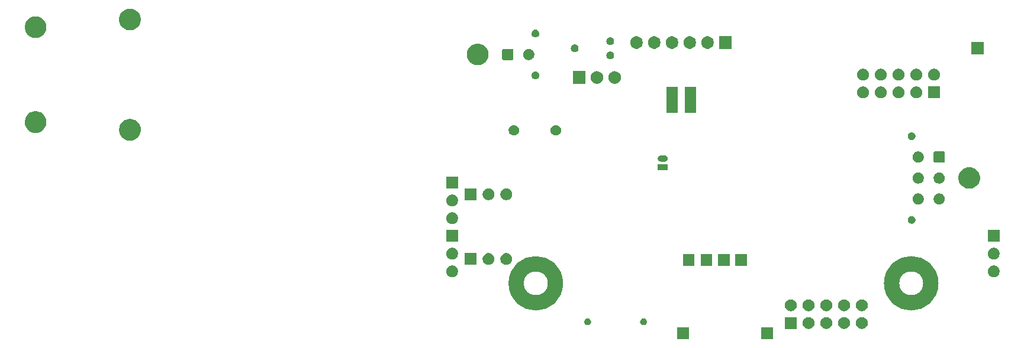
<source format=gbr>
G04 #@! TF.GenerationSoftware,KiCad,Pcbnew,5.1.5+dfsg1-2build2*
G04 #@! TF.CreationDate,2021-11-24T23:00:57+01:00*
G04 #@! TF.ProjectId,mre_addon_v2,6d72655f-6164-4646-9f6e-5f76322e6b69,V2.0*
G04 #@! TF.SameCoordinates,Original*
G04 #@! TF.FileFunction,Soldermask,Bot*
G04 #@! TF.FilePolarity,Negative*
%FSLAX46Y46*%
G04 Gerber Fmt 4.6, Leading zero omitted, Abs format (unit mm)*
G04 Created by KiCad (PCBNEW 5.1.5+dfsg1-2build2) date 2021-11-24 23:00:57*
%MOMM*%
%LPD*%
G04 APERTURE LIST*
%ADD10C,2.200000*%
%ADD11C,0.100000*%
G04 APERTURE END LIST*
D10*
X91300000Y-162700000D02*
G75*
G03X91300000Y-162700000I-2800000J0D01*
G01*
X145000000Y-162700000D02*
G75*
G03X145000000Y-162700000I-2800000J0D01*
G01*
D11*
G36*
X122466200Y-170731200D02*
G01*
X120764200Y-170731200D01*
X120764200Y-169029200D01*
X122466200Y-169029200D01*
X122466200Y-170731200D01*
G37*
G36*
X110401200Y-170731200D02*
G01*
X108699200Y-170731200D01*
X108699200Y-169029200D01*
X110401200Y-169029200D01*
X110401200Y-170731200D01*
G37*
G36*
X125824080Y-169230060D02*
G01*
X124122080Y-169230060D01*
X124122080Y-167528060D01*
X125824080Y-167528060D01*
X125824080Y-169230060D01*
G37*
G36*
X127761308Y-167560763D02*
G01*
X127916180Y-167624913D01*
X128055561Y-167718045D01*
X128174095Y-167836579D01*
X128267227Y-167975960D01*
X128331377Y-168130832D01*
X128364080Y-168295244D01*
X128364080Y-168462876D01*
X128331377Y-168627288D01*
X128267227Y-168782160D01*
X128174095Y-168921541D01*
X128055561Y-169040075D01*
X127916180Y-169133207D01*
X127761308Y-169197357D01*
X127596896Y-169230060D01*
X127429264Y-169230060D01*
X127264852Y-169197357D01*
X127109980Y-169133207D01*
X126970599Y-169040075D01*
X126852065Y-168921541D01*
X126758933Y-168782160D01*
X126694783Y-168627288D01*
X126662080Y-168462876D01*
X126662080Y-168295244D01*
X126694783Y-168130832D01*
X126758933Y-167975960D01*
X126852065Y-167836579D01*
X126970599Y-167718045D01*
X127109980Y-167624913D01*
X127264852Y-167560763D01*
X127429264Y-167528060D01*
X127596896Y-167528060D01*
X127761308Y-167560763D01*
G37*
G36*
X132841308Y-167560763D02*
G01*
X132996180Y-167624913D01*
X133135561Y-167718045D01*
X133254095Y-167836579D01*
X133347227Y-167975960D01*
X133411377Y-168130832D01*
X133444080Y-168295244D01*
X133444080Y-168462876D01*
X133411377Y-168627288D01*
X133347227Y-168782160D01*
X133254095Y-168921541D01*
X133135561Y-169040075D01*
X132996180Y-169133207D01*
X132841308Y-169197357D01*
X132676896Y-169230060D01*
X132509264Y-169230060D01*
X132344852Y-169197357D01*
X132189980Y-169133207D01*
X132050599Y-169040075D01*
X131932065Y-168921541D01*
X131838933Y-168782160D01*
X131774783Y-168627288D01*
X131742080Y-168462876D01*
X131742080Y-168295244D01*
X131774783Y-168130832D01*
X131838933Y-167975960D01*
X131932065Y-167836579D01*
X132050599Y-167718045D01*
X132189980Y-167624913D01*
X132344852Y-167560763D01*
X132509264Y-167528060D01*
X132676896Y-167528060D01*
X132841308Y-167560763D01*
G37*
G36*
X135381308Y-167560763D02*
G01*
X135536180Y-167624913D01*
X135675561Y-167718045D01*
X135794095Y-167836579D01*
X135887227Y-167975960D01*
X135951377Y-168130832D01*
X135984080Y-168295244D01*
X135984080Y-168462876D01*
X135951377Y-168627288D01*
X135887227Y-168782160D01*
X135794095Y-168921541D01*
X135675561Y-169040075D01*
X135536180Y-169133207D01*
X135381308Y-169197357D01*
X135216896Y-169230060D01*
X135049264Y-169230060D01*
X134884852Y-169197357D01*
X134729980Y-169133207D01*
X134590599Y-169040075D01*
X134472065Y-168921541D01*
X134378933Y-168782160D01*
X134314783Y-168627288D01*
X134282080Y-168462876D01*
X134282080Y-168295244D01*
X134314783Y-168130832D01*
X134378933Y-167975960D01*
X134472065Y-167836579D01*
X134590599Y-167718045D01*
X134729980Y-167624913D01*
X134884852Y-167560763D01*
X135049264Y-167528060D01*
X135216896Y-167528060D01*
X135381308Y-167560763D01*
G37*
G36*
X130301308Y-167560763D02*
G01*
X130456180Y-167624913D01*
X130595561Y-167718045D01*
X130714095Y-167836579D01*
X130807227Y-167975960D01*
X130871377Y-168130832D01*
X130904080Y-168295244D01*
X130904080Y-168462876D01*
X130871377Y-168627288D01*
X130807227Y-168782160D01*
X130714095Y-168921541D01*
X130595561Y-169040075D01*
X130456180Y-169133207D01*
X130301308Y-169197357D01*
X130136896Y-169230060D01*
X129969264Y-169230060D01*
X129804852Y-169197357D01*
X129649980Y-169133207D01*
X129510599Y-169040075D01*
X129392065Y-168921541D01*
X129298933Y-168782160D01*
X129234783Y-168627288D01*
X129202080Y-168462876D01*
X129202080Y-168295244D01*
X129234783Y-168130832D01*
X129298933Y-167975960D01*
X129392065Y-167836579D01*
X129510599Y-167718045D01*
X129649980Y-167624913D01*
X129804852Y-167560763D01*
X129969264Y-167528060D01*
X130136896Y-167528060D01*
X130301308Y-167560763D01*
G37*
G36*
X104058532Y-167730541D02*
G01*
X104148707Y-167767893D01*
X104229863Y-167822120D01*
X104298880Y-167891137D01*
X104353107Y-167972293D01*
X104390459Y-168062468D01*
X104409500Y-168158197D01*
X104409500Y-168255803D01*
X104390459Y-168351532D01*
X104353107Y-168441707D01*
X104298880Y-168522863D01*
X104229863Y-168591880D01*
X104148707Y-168646107D01*
X104058532Y-168683459D01*
X103962803Y-168702500D01*
X103865197Y-168702500D01*
X103769468Y-168683459D01*
X103679293Y-168646107D01*
X103598137Y-168591880D01*
X103529120Y-168522863D01*
X103474893Y-168441707D01*
X103437541Y-168351532D01*
X103418500Y-168255803D01*
X103418500Y-168158197D01*
X103437541Y-168062468D01*
X103474893Y-167972293D01*
X103529120Y-167891137D01*
X103598137Y-167822120D01*
X103679293Y-167767893D01*
X103769468Y-167730541D01*
X103865197Y-167711500D01*
X103962803Y-167711500D01*
X104058532Y-167730541D01*
G37*
G36*
X96058532Y-167730541D02*
G01*
X96148707Y-167767893D01*
X96229863Y-167822120D01*
X96298880Y-167891137D01*
X96353107Y-167972293D01*
X96390459Y-168062468D01*
X96409500Y-168158197D01*
X96409500Y-168255803D01*
X96390459Y-168351532D01*
X96353107Y-168441707D01*
X96298880Y-168522863D01*
X96229863Y-168591880D01*
X96148707Y-168646107D01*
X96058532Y-168683459D01*
X95962803Y-168702500D01*
X95865197Y-168702500D01*
X95769468Y-168683459D01*
X95679293Y-168646107D01*
X95598137Y-168591880D01*
X95529120Y-168522863D01*
X95474893Y-168441707D01*
X95437541Y-168351532D01*
X95418500Y-168255803D01*
X95418500Y-168158197D01*
X95437541Y-168062468D01*
X95474893Y-167972293D01*
X95529120Y-167891137D01*
X95598137Y-167822120D01*
X95679293Y-167767893D01*
X95769468Y-167730541D01*
X95865197Y-167711500D01*
X95962803Y-167711500D01*
X96058532Y-167730541D01*
G37*
G36*
X127761308Y-165020763D02*
G01*
X127916180Y-165084913D01*
X128055561Y-165178045D01*
X128174095Y-165296579D01*
X128267227Y-165435960D01*
X128331377Y-165590832D01*
X128364080Y-165755244D01*
X128364080Y-165922876D01*
X128331377Y-166087288D01*
X128267227Y-166242160D01*
X128174095Y-166381541D01*
X128055561Y-166500075D01*
X127916180Y-166593207D01*
X127761308Y-166657357D01*
X127596896Y-166690060D01*
X127429264Y-166690060D01*
X127264852Y-166657357D01*
X127109980Y-166593207D01*
X126970599Y-166500075D01*
X126852065Y-166381541D01*
X126758933Y-166242160D01*
X126694783Y-166087288D01*
X126662080Y-165922876D01*
X126662080Y-165755244D01*
X126694783Y-165590832D01*
X126758933Y-165435960D01*
X126852065Y-165296579D01*
X126970599Y-165178045D01*
X127109980Y-165084913D01*
X127264852Y-165020763D01*
X127429264Y-164988060D01*
X127596896Y-164988060D01*
X127761308Y-165020763D01*
G37*
G36*
X130301308Y-165020763D02*
G01*
X130456180Y-165084913D01*
X130595561Y-165178045D01*
X130714095Y-165296579D01*
X130807227Y-165435960D01*
X130871377Y-165590832D01*
X130904080Y-165755244D01*
X130904080Y-165922876D01*
X130871377Y-166087288D01*
X130807227Y-166242160D01*
X130714095Y-166381541D01*
X130595561Y-166500075D01*
X130456180Y-166593207D01*
X130301308Y-166657357D01*
X130136896Y-166690060D01*
X129969264Y-166690060D01*
X129804852Y-166657357D01*
X129649980Y-166593207D01*
X129510599Y-166500075D01*
X129392065Y-166381541D01*
X129298933Y-166242160D01*
X129234783Y-166087288D01*
X129202080Y-165922876D01*
X129202080Y-165755244D01*
X129234783Y-165590832D01*
X129298933Y-165435960D01*
X129392065Y-165296579D01*
X129510599Y-165178045D01*
X129649980Y-165084913D01*
X129804852Y-165020763D01*
X129969264Y-164988060D01*
X130136896Y-164988060D01*
X130301308Y-165020763D01*
G37*
G36*
X125221308Y-165020763D02*
G01*
X125376180Y-165084913D01*
X125515561Y-165178045D01*
X125634095Y-165296579D01*
X125727227Y-165435960D01*
X125791377Y-165590832D01*
X125824080Y-165755244D01*
X125824080Y-165922876D01*
X125791377Y-166087288D01*
X125727227Y-166242160D01*
X125634095Y-166381541D01*
X125515561Y-166500075D01*
X125376180Y-166593207D01*
X125221308Y-166657357D01*
X125056896Y-166690060D01*
X124889264Y-166690060D01*
X124724852Y-166657357D01*
X124569980Y-166593207D01*
X124430599Y-166500075D01*
X124312065Y-166381541D01*
X124218933Y-166242160D01*
X124154783Y-166087288D01*
X124122080Y-165922876D01*
X124122080Y-165755244D01*
X124154783Y-165590832D01*
X124218933Y-165435960D01*
X124312065Y-165296579D01*
X124430599Y-165178045D01*
X124569980Y-165084913D01*
X124724852Y-165020763D01*
X124889264Y-164988060D01*
X125056896Y-164988060D01*
X125221308Y-165020763D01*
G37*
G36*
X132841308Y-165020763D02*
G01*
X132996180Y-165084913D01*
X133135561Y-165178045D01*
X133254095Y-165296579D01*
X133347227Y-165435960D01*
X133411377Y-165590832D01*
X133444080Y-165755244D01*
X133444080Y-165922876D01*
X133411377Y-166087288D01*
X133347227Y-166242160D01*
X133254095Y-166381541D01*
X133135561Y-166500075D01*
X132996180Y-166593207D01*
X132841308Y-166657357D01*
X132676896Y-166690060D01*
X132509264Y-166690060D01*
X132344852Y-166657357D01*
X132189980Y-166593207D01*
X132050599Y-166500075D01*
X131932065Y-166381541D01*
X131838933Y-166242160D01*
X131774783Y-166087288D01*
X131742080Y-165922876D01*
X131742080Y-165755244D01*
X131774783Y-165590832D01*
X131838933Y-165435960D01*
X131932065Y-165296579D01*
X132050599Y-165178045D01*
X132189980Y-165084913D01*
X132344852Y-165020763D01*
X132509264Y-164988060D01*
X132676896Y-164988060D01*
X132841308Y-165020763D01*
G37*
G36*
X135381308Y-165020763D02*
G01*
X135536180Y-165084913D01*
X135675561Y-165178045D01*
X135794095Y-165296579D01*
X135887227Y-165435960D01*
X135951377Y-165590832D01*
X135984080Y-165755244D01*
X135984080Y-165922876D01*
X135951377Y-166087288D01*
X135887227Y-166242160D01*
X135794095Y-166381541D01*
X135675561Y-166500075D01*
X135536180Y-166593207D01*
X135381308Y-166657357D01*
X135216896Y-166690060D01*
X135049264Y-166690060D01*
X134884852Y-166657357D01*
X134729980Y-166593207D01*
X134590599Y-166500075D01*
X134472065Y-166381541D01*
X134378933Y-166242160D01*
X134314783Y-166087288D01*
X134282080Y-165922876D01*
X134282080Y-165755244D01*
X134314783Y-165590832D01*
X134378933Y-165435960D01*
X134472065Y-165296579D01*
X134590599Y-165178045D01*
X134729980Y-165084913D01*
X134884852Y-165020763D01*
X135049264Y-164988060D01*
X135216896Y-164988060D01*
X135381308Y-165020763D01*
G37*
G36*
X76778428Y-160171903D02*
G01*
X76933300Y-160236053D01*
X77072681Y-160329185D01*
X77191215Y-160447719D01*
X77284347Y-160587100D01*
X77348497Y-160741972D01*
X77381200Y-160906384D01*
X77381200Y-161074016D01*
X77348497Y-161238428D01*
X77284347Y-161393300D01*
X77191215Y-161532681D01*
X77072681Y-161651215D01*
X76933300Y-161744347D01*
X76778428Y-161808497D01*
X76614016Y-161841200D01*
X76446384Y-161841200D01*
X76281972Y-161808497D01*
X76127100Y-161744347D01*
X75987719Y-161651215D01*
X75869185Y-161532681D01*
X75776053Y-161393300D01*
X75711903Y-161238428D01*
X75679200Y-161074016D01*
X75679200Y-160906384D01*
X75711903Y-160741972D01*
X75776053Y-160587100D01*
X75869185Y-160447719D01*
X75987719Y-160329185D01*
X76127100Y-160236053D01*
X76281972Y-160171903D01*
X76446384Y-160139200D01*
X76614016Y-160139200D01*
X76778428Y-160171903D01*
G37*
G36*
X154248428Y-160171903D02*
G01*
X154403300Y-160236053D01*
X154542681Y-160329185D01*
X154661215Y-160447719D01*
X154754347Y-160587100D01*
X154818497Y-160741972D01*
X154851200Y-160906384D01*
X154851200Y-161074016D01*
X154818497Y-161238428D01*
X154754347Y-161393300D01*
X154661215Y-161532681D01*
X154542681Y-161651215D01*
X154403300Y-161744347D01*
X154248428Y-161808497D01*
X154084016Y-161841200D01*
X153916384Y-161841200D01*
X153751972Y-161808497D01*
X153597100Y-161744347D01*
X153457719Y-161651215D01*
X153339185Y-161532681D01*
X153246053Y-161393300D01*
X153181903Y-161238428D01*
X153149200Y-161074016D01*
X153149200Y-160906384D01*
X153181903Y-160741972D01*
X153246053Y-160587100D01*
X153339185Y-160447719D01*
X153457719Y-160329185D01*
X153597100Y-160236053D01*
X153751972Y-160171903D01*
X153916384Y-160139200D01*
X154084016Y-160139200D01*
X154248428Y-160171903D01*
G37*
G36*
X118751600Y-160211800D02*
G01*
X117049600Y-160211800D01*
X117049600Y-158509800D01*
X118751600Y-158509800D01*
X118751600Y-160211800D01*
G37*
G36*
X116251600Y-160211800D02*
G01*
X114549600Y-160211800D01*
X114549600Y-158509800D01*
X116251600Y-158509800D01*
X116251600Y-160211800D01*
G37*
G36*
X111213600Y-160173800D02*
G01*
X109587600Y-160173800D01*
X109587600Y-158547800D01*
X111213600Y-158547800D01*
X111213600Y-160173800D01*
G37*
G36*
X113713600Y-160173800D02*
G01*
X112087600Y-160173800D01*
X112087600Y-158547800D01*
X113713600Y-158547800D01*
X113713600Y-160173800D01*
G37*
G36*
X84525428Y-158393903D02*
G01*
X84680300Y-158458053D01*
X84819681Y-158551185D01*
X84938215Y-158669719D01*
X85031347Y-158809100D01*
X85095497Y-158963972D01*
X85128200Y-159128384D01*
X85128200Y-159296016D01*
X85095497Y-159460428D01*
X85031347Y-159615300D01*
X84938215Y-159754681D01*
X84819681Y-159873215D01*
X84680300Y-159966347D01*
X84525428Y-160030497D01*
X84361016Y-160063200D01*
X84193384Y-160063200D01*
X84028972Y-160030497D01*
X83874100Y-159966347D01*
X83734719Y-159873215D01*
X83616185Y-159754681D01*
X83523053Y-159615300D01*
X83458903Y-159460428D01*
X83426200Y-159296016D01*
X83426200Y-159128384D01*
X83458903Y-158963972D01*
X83523053Y-158809100D01*
X83616185Y-158669719D01*
X83734719Y-158551185D01*
X83874100Y-158458053D01*
X84028972Y-158393903D01*
X84193384Y-158361200D01*
X84361016Y-158361200D01*
X84525428Y-158393903D01*
G37*
G36*
X81985428Y-158393903D02*
G01*
X82140300Y-158458053D01*
X82279681Y-158551185D01*
X82398215Y-158669719D01*
X82491347Y-158809100D01*
X82555497Y-158963972D01*
X82588200Y-159128384D01*
X82588200Y-159296016D01*
X82555497Y-159460428D01*
X82491347Y-159615300D01*
X82398215Y-159754681D01*
X82279681Y-159873215D01*
X82140300Y-159966347D01*
X81985428Y-160030497D01*
X81821016Y-160063200D01*
X81653384Y-160063200D01*
X81488972Y-160030497D01*
X81334100Y-159966347D01*
X81194719Y-159873215D01*
X81076185Y-159754681D01*
X80983053Y-159615300D01*
X80918903Y-159460428D01*
X80886200Y-159296016D01*
X80886200Y-159128384D01*
X80918903Y-158963972D01*
X80983053Y-158809100D01*
X81076185Y-158669719D01*
X81194719Y-158551185D01*
X81334100Y-158458053D01*
X81488972Y-158393903D01*
X81653384Y-158361200D01*
X81821016Y-158361200D01*
X81985428Y-158393903D01*
G37*
G36*
X80048200Y-160063200D02*
G01*
X78346200Y-160063200D01*
X78346200Y-158361200D01*
X80048200Y-158361200D01*
X80048200Y-160063200D01*
G37*
G36*
X76778428Y-157631903D02*
G01*
X76933300Y-157696053D01*
X77072681Y-157789185D01*
X77191215Y-157907719D01*
X77284347Y-158047100D01*
X77348497Y-158201972D01*
X77381200Y-158366384D01*
X77381200Y-158534016D01*
X77348497Y-158698428D01*
X77284347Y-158853300D01*
X77191215Y-158992681D01*
X77072681Y-159111215D01*
X76933300Y-159204347D01*
X76778428Y-159268497D01*
X76614016Y-159301200D01*
X76446384Y-159301200D01*
X76281972Y-159268497D01*
X76127100Y-159204347D01*
X75987719Y-159111215D01*
X75869185Y-158992681D01*
X75776053Y-158853300D01*
X75711903Y-158698428D01*
X75679200Y-158534016D01*
X75679200Y-158366384D01*
X75711903Y-158201972D01*
X75776053Y-158047100D01*
X75869185Y-157907719D01*
X75987719Y-157789185D01*
X76127100Y-157696053D01*
X76281972Y-157631903D01*
X76446384Y-157599200D01*
X76614016Y-157599200D01*
X76778428Y-157631903D01*
G37*
G36*
X154248428Y-157631903D02*
G01*
X154403300Y-157696053D01*
X154542681Y-157789185D01*
X154661215Y-157907719D01*
X154754347Y-158047100D01*
X154818497Y-158201972D01*
X154851200Y-158366384D01*
X154851200Y-158534016D01*
X154818497Y-158698428D01*
X154754347Y-158853300D01*
X154661215Y-158992681D01*
X154542681Y-159111215D01*
X154403300Y-159204347D01*
X154248428Y-159268497D01*
X154084016Y-159301200D01*
X153916384Y-159301200D01*
X153751972Y-159268497D01*
X153597100Y-159204347D01*
X153457719Y-159111215D01*
X153339185Y-158992681D01*
X153246053Y-158853300D01*
X153181903Y-158698428D01*
X153149200Y-158534016D01*
X153149200Y-158366384D01*
X153181903Y-158201972D01*
X153246053Y-158047100D01*
X153339185Y-157907719D01*
X153457719Y-157789185D01*
X153597100Y-157696053D01*
X153751972Y-157631903D01*
X153916384Y-157599200D01*
X154084016Y-157599200D01*
X154248428Y-157631903D01*
G37*
G36*
X77381200Y-156761200D02*
G01*
X75679200Y-156761200D01*
X75679200Y-155059200D01*
X77381200Y-155059200D01*
X77381200Y-156761200D01*
G37*
G36*
X154851200Y-156761200D02*
G01*
X153149200Y-156761200D01*
X153149200Y-155059200D01*
X154851200Y-155059200D01*
X154851200Y-156761200D01*
G37*
G36*
X76778428Y-152551903D02*
G01*
X76933300Y-152616053D01*
X77072681Y-152709185D01*
X77191215Y-152827719D01*
X77284347Y-152967100D01*
X77348497Y-153121972D01*
X77381200Y-153286384D01*
X77381200Y-153454016D01*
X77348497Y-153618428D01*
X77284347Y-153773300D01*
X77191215Y-153912681D01*
X77072681Y-154031215D01*
X76933300Y-154124347D01*
X76778428Y-154188497D01*
X76614016Y-154221200D01*
X76446384Y-154221200D01*
X76281972Y-154188497D01*
X76127100Y-154124347D01*
X75987719Y-154031215D01*
X75869185Y-153912681D01*
X75776053Y-153773300D01*
X75711903Y-153618428D01*
X75679200Y-153454016D01*
X75679200Y-153286384D01*
X75711903Y-153121972D01*
X75776053Y-152967100D01*
X75869185Y-152827719D01*
X75987719Y-152709185D01*
X76127100Y-152616053D01*
X76281972Y-152551903D01*
X76446384Y-152519200D01*
X76614016Y-152519200D01*
X76778428Y-152551903D01*
G37*
G36*
X142420721Y-153070174D02*
G01*
X142520995Y-153111709D01*
X142565812Y-153141655D01*
X142611242Y-153172010D01*
X142687990Y-153248758D01*
X142687991Y-153248760D01*
X142748291Y-153339005D01*
X142789826Y-153439279D01*
X142811000Y-153545730D01*
X142811000Y-153654270D01*
X142789826Y-153760721D01*
X142748291Y-153860995D01*
X142748290Y-153860996D01*
X142687990Y-153951242D01*
X142611242Y-154027990D01*
X142606415Y-154031215D01*
X142520995Y-154088291D01*
X142420721Y-154129826D01*
X142314270Y-154151000D01*
X142205730Y-154151000D01*
X142099279Y-154129826D01*
X141999005Y-154088291D01*
X141913585Y-154031215D01*
X141908758Y-154027990D01*
X141832010Y-153951242D01*
X141771710Y-153860996D01*
X141771709Y-153860995D01*
X141730174Y-153760721D01*
X141709000Y-153654270D01*
X141709000Y-153545730D01*
X141730174Y-153439279D01*
X141771709Y-153339005D01*
X141832009Y-153248760D01*
X141832010Y-153248758D01*
X141908758Y-153172010D01*
X141954188Y-153141655D01*
X141999005Y-153111709D01*
X142099279Y-153070174D01*
X142205730Y-153049000D01*
X142314270Y-153049000D01*
X142420721Y-153070174D01*
G37*
G36*
X76778428Y-150011903D02*
G01*
X76933300Y-150076053D01*
X77072681Y-150169185D01*
X77191215Y-150287719D01*
X77284347Y-150427100D01*
X77348497Y-150581972D01*
X77381200Y-150746384D01*
X77381200Y-150914016D01*
X77348497Y-151078428D01*
X77284347Y-151233300D01*
X77191215Y-151372681D01*
X77072681Y-151491215D01*
X76933300Y-151584347D01*
X76778428Y-151648497D01*
X76614016Y-151681200D01*
X76446384Y-151681200D01*
X76281972Y-151648497D01*
X76127100Y-151584347D01*
X75987719Y-151491215D01*
X75869185Y-151372681D01*
X75776053Y-151233300D01*
X75711903Y-151078428D01*
X75679200Y-150914016D01*
X75679200Y-150746384D01*
X75711903Y-150581972D01*
X75776053Y-150427100D01*
X75869185Y-150287719D01*
X75987719Y-150169185D01*
X76127100Y-150076053D01*
X76281972Y-150011903D01*
X76446384Y-149979200D01*
X76614016Y-149979200D01*
X76778428Y-150011903D01*
G37*
G36*
X146433642Y-149829781D02*
G01*
X146579414Y-149890162D01*
X146579416Y-149890163D01*
X146710608Y-149977822D01*
X146822178Y-150089392D01*
X146889019Y-150189428D01*
X146909838Y-150220586D01*
X146970219Y-150366358D01*
X147001000Y-150521107D01*
X147001000Y-150678893D01*
X146970219Y-150833642D01*
X146909838Y-150979414D01*
X146909837Y-150979416D01*
X146822178Y-151110608D01*
X146710608Y-151222178D01*
X146579416Y-151309837D01*
X146579415Y-151309838D01*
X146579414Y-151309838D01*
X146433642Y-151370219D01*
X146278893Y-151401000D01*
X146121107Y-151401000D01*
X145966358Y-151370219D01*
X145820586Y-151309838D01*
X145820585Y-151309838D01*
X145820584Y-151309837D01*
X145689392Y-151222178D01*
X145577822Y-151110608D01*
X145490163Y-150979416D01*
X145490162Y-150979414D01*
X145429781Y-150833642D01*
X145399000Y-150678893D01*
X145399000Y-150521107D01*
X145429781Y-150366358D01*
X145490162Y-150220586D01*
X145510981Y-150189428D01*
X145577822Y-150089392D01*
X145689392Y-149977822D01*
X145820584Y-149890163D01*
X145820586Y-149890162D01*
X145966358Y-149829781D01*
X146121107Y-149799000D01*
X146278893Y-149799000D01*
X146433642Y-149829781D01*
G37*
G36*
X143433642Y-149829781D02*
G01*
X143579414Y-149890162D01*
X143579416Y-149890163D01*
X143710608Y-149977822D01*
X143822178Y-150089392D01*
X143889019Y-150189428D01*
X143909838Y-150220586D01*
X143970219Y-150366358D01*
X144001000Y-150521107D01*
X144001000Y-150678893D01*
X143970219Y-150833642D01*
X143909838Y-150979414D01*
X143909837Y-150979416D01*
X143822178Y-151110608D01*
X143710608Y-151222178D01*
X143579416Y-151309837D01*
X143579415Y-151309838D01*
X143579414Y-151309838D01*
X143433642Y-151370219D01*
X143278893Y-151401000D01*
X143121107Y-151401000D01*
X142966358Y-151370219D01*
X142820586Y-151309838D01*
X142820585Y-151309838D01*
X142820584Y-151309837D01*
X142689392Y-151222178D01*
X142577822Y-151110608D01*
X142490163Y-150979416D01*
X142490162Y-150979414D01*
X142429781Y-150833642D01*
X142399000Y-150678893D01*
X142399000Y-150521107D01*
X142429781Y-150366358D01*
X142490162Y-150220586D01*
X142510981Y-150189428D01*
X142577822Y-150089392D01*
X142689392Y-149977822D01*
X142820584Y-149890163D01*
X142820586Y-149890162D01*
X142966358Y-149829781D01*
X143121107Y-149799000D01*
X143278893Y-149799000D01*
X143433642Y-149829781D01*
G37*
G36*
X84525428Y-149122903D02*
G01*
X84680300Y-149187053D01*
X84819681Y-149280185D01*
X84938215Y-149398719D01*
X85031347Y-149538100D01*
X85095497Y-149692972D01*
X85128200Y-149857384D01*
X85128200Y-150025016D01*
X85095497Y-150189428D01*
X85031347Y-150344300D01*
X84938215Y-150483681D01*
X84819681Y-150602215D01*
X84680300Y-150695347D01*
X84525428Y-150759497D01*
X84361016Y-150792200D01*
X84193384Y-150792200D01*
X84028972Y-150759497D01*
X83874100Y-150695347D01*
X83734719Y-150602215D01*
X83616185Y-150483681D01*
X83523053Y-150344300D01*
X83458903Y-150189428D01*
X83426200Y-150025016D01*
X83426200Y-149857384D01*
X83458903Y-149692972D01*
X83523053Y-149538100D01*
X83616185Y-149398719D01*
X83734719Y-149280185D01*
X83874100Y-149187053D01*
X84028972Y-149122903D01*
X84193384Y-149090200D01*
X84361016Y-149090200D01*
X84525428Y-149122903D01*
G37*
G36*
X81985428Y-149122903D02*
G01*
X82140300Y-149187053D01*
X82279681Y-149280185D01*
X82398215Y-149398719D01*
X82491347Y-149538100D01*
X82555497Y-149692972D01*
X82588200Y-149857384D01*
X82588200Y-150025016D01*
X82555497Y-150189428D01*
X82491347Y-150344300D01*
X82398215Y-150483681D01*
X82279681Y-150602215D01*
X82140300Y-150695347D01*
X81985428Y-150759497D01*
X81821016Y-150792200D01*
X81653384Y-150792200D01*
X81488972Y-150759497D01*
X81334100Y-150695347D01*
X81194719Y-150602215D01*
X81076185Y-150483681D01*
X80983053Y-150344300D01*
X80918903Y-150189428D01*
X80886200Y-150025016D01*
X80886200Y-149857384D01*
X80918903Y-149692972D01*
X80983053Y-149538100D01*
X81076185Y-149398719D01*
X81194719Y-149280185D01*
X81334100Y-149187053D01*
X81488972Y-149122903D01*
X81653384Y-149090200D01*
X81821016Y-149090200D01*
X81985428Y-149122903D01*
G37*
G36*
X80048200Y-150792200D02*
G01*
X78346200Y-150792200D01*
X78346200Y-149090200D01*
X80048200Y-149090200D01*
X80048200Y-150792200D01*
G37*
G36*
X150822585Y-146078802D02*
G01*
X150972410Y-146108604D01*
X151254674Y-146225521D01*
X151508705Y-146395259D01*
X151724741Y-146611295D01*
X151894479Y-146865326D01*
X152011396Y-147147590D01*
X152071000Y-147447240D01*
X152071000Y-147752760D01*
X152011396Y-148052410D01*
X151894479Y-148334674D01*
X151724741Y-148588705D01*
X151508705Y-148804741D01*
X151254674Y-148974479D01*
X150972410Y-149091396D01*
X150822585Y-149121198D01*
X150672761Y-149151000D01*
X150367239Y-149151000D01*
X150217415Y-149121198D01*
X150067590Y-149091396D01*
X149785326Y-148974479D01*
X149531295Y-148804741D01*
X149315259Y-148588705D01*
X149145521Y-148334674D01*
X149028604Y-148052410D01*
X148969000Y-147752760D01*
X148969000Y-147447240D01*
X149028604Y-147147590D01*
X149145521Y-146865326D01*
X149315259Y-146611295D01*
X149531295Y-146395259D01*
X149785326Y-146225521D01*
X150067590Y-146108604D01*
X150217415Y-146078802D01*
X150367239Y-146049000D01*
X150672761Y-146049000D01*
X150822585Y-146078802D01*
G37*
G36*
X77381200Y-149141200D02*
G01*
X75679200Y-149141200D01*
X75679200Y-147439200D01*
X77381200Y-147439200D01*
X77381200Y-149141200D01*
G37*
G36*
X143433642Y-146829781D02*
G01*
X143579414Y-146890162D01*
X143579416Y-146890163D01*
X143710608Y-146977822D01*
X143822178Y-147089392D01*
X143861064Y-147147590D01*
X143909838Y-147220586D01*
X143970219Y-147366358D01*
X144001000Y-147521107D01*
X144001000Y-147678893D01*
X143970219Y-147833642D01*
X143909838Y-147979414D01*
X143909837Y-147979416D01*
X143822178Y-148110608D01*
X143710608Y-148222178D01*
X143579416Y-148309837D01*
X143579415Y-148309838D01*
X143579414Y-148309838D01*
X143433642Y-148370219D01*
X143278893Y-148401000D01*
X143121107Y-148401000D01*
X142966358Y-148370219D01*
X142820586Y-148309838D01*
X142820585Y-148309838D01*
X142820584Y-148309837D01*
X142689392Y-148222178D01*
X142577822Y-148110608D01*
X142490163Y-147979416D01*
X142490162Y-147979414D01*
X142429781Y-147833642D01*
X142399000Y-147678893D01*
X142399000Y-147521107D01*
X142429781Y-147366358D01*
X142490162Y-147220586D01*
X142538936Y-147147590D01*
X142577822Y-147089392D01*
X142689392Y-146977822D01*
X142820584Y-146890163D01*
X142820586Y-146890162D01*
X142966358Y-146829781D01*
X143121107Y-146799000D01*
X143278893Y-146799000D01*
X143433642Y-146829781D01*
G37*
G36*
X146433642Y-146829781D02*
G01*
X146579414Y-146890162D01*
X146579416Y-146890163D01*
X146710608Y-146977822D01*
X146822178Y-147089392D01*
X146861064Y-147147590D01*
X146909838Y-147220586D01*
X146970219Y-147366358D01*
X147001000Y-147521107D01*
X147001000Y-147678893D01*
X146970219Y-147833642D01*
X146909838Y-147979414D01*
X146909837Y-147979416D01*
X146822178Y-148110608D01*
X146710608Y-148222178D01*
X146579416Y-148309837D01*
X146579415Y-148309838D01*
X146579414Y-148309838D01*
X146433642Y-148370219D01*
X146278893Y-148401000D01*
X146121107Y-148401000D01*
X145966358Y-148370219D01*
X145820586Y-148309838D01*
X145820585Y-148309838D01*
X145820584Y-148309837D01*
X145689392Y-148222178D01*
X145577822Y-148110608D01*
X145490163Y-147979416D01*
X145490162Y-147979414D01*
X145429781Y-147833642D01*
X145399000Y-147678893D01*
X145399000Y-147521107D01*
X145429781Y-147366358D01*
X145490162Y-147220586D01*
X145538936Y-147147590D01*
X145577822Y-147089392D01*
X145689392Y-146977822D01*
X145820584Y-146890163D01*
X145820586Y-146890162D01*
X145966358Y-146829781D01*
X146121107Y-146799000D01*
X146278893Y-146799000D01*
X146433642Y-146829781D01*
G37*
G36*
X107355600Y-146506000D02*
G01*
X105953600Y-146506000D01*
X105953600Y-145604000D01*
X107355600Y-145604000D01*
X107355600Y-146506000D01*
G37*
G36*
X146853048Y-143803122D02*
G01*
X146887387Y-143813539D01*
X146919036Y-143830456D01*
X146946778Y-143853222D01*
X146969544Y-143880964D01*
X146986461Y-143912613D01*
X146996878Y-143946952D01*
X147001000Y-143988807D01*
X147001000Y-145211193D01*
X146996878Y-145253048D01*
X146986461Y-145287387D01*
X146969544Y-145319036D01*
X146946778Y-145346778D01*
X146919036Y-145369544D01*
X146887387Y-145386461D01*
X146853048Y-145396878D01*
X146811193Y-145401000D01*
X145588807Y-145401000D01*
X145546952Y-145396878D01*
X145512613Y-145386461D01*
X145480964Y-145369544D01*
X145453222Y-145346778D01*
X145430456Y-145319036D01*
X145413539Y-145287387D01*
X145403122Y-145253048D01*
X145399000Y-145211193D01*
X145399000Y-143988807D01*
X145403122Y-143946952D01*
X145413539Y-143912613D01*
X145430456Y-143880964D01*
X145453222Y-143853222D01*
X145480964Y-143830456D01*
X145512613Y-143813539D01*
X145546952Y-143803122D01*
X145588807Y-143799000D01*
X146811193Y-143799000D01*
X146853048Y-143803122D01*
G37*
G36*
X143433642Y-143829781D02*
G01*
X143557208Y-143880964D01*
X143579416Y-143890163D01*
X143710608Y-143977822D01*
X143822178Y-144089392D01*
X143909837Y-144220584D01*
X143909838Y-144220586D01*
X143970219Y-144366358D01*
X144001000Y-144521107D01*
X144001000Y-144678893D01*
X143970219Y-144833642D01*
X143943225Y-144898810D01*
X143909837Y-144979416D01*
X143822178Y-145110608D01*
X143710608Y-145222178D01*
X143579416Y-145309837D01*
X143579415Y-145309838D01*
X143579414Y-145309838D01*
X143433642Y-145370219D01*
X143278893Y-145401000D01*
X143121107Y-145401000D01*
X142966358Y-145370219D01*
X142820586Y-145309838D01*
X142820585Y-145309838D01*
X142820584Y-145309837D01*
X142689392Y-145222178D01*
X142577822Y-145110608D01*
X142490163Y-144979416D01*
X142456775Y-144898810D01*
X142429781Y-144833642D01*
X142399000Y-144678893D01*
X142399000Y-144521107D01*
X142429781Y-144366358D01*
X142490162Y-144220586D01*
X142490163Y-144220584D01*
X142577822Y-144089392D01*
X142689392Y-143977822D01*
X142820584Y-143890163D01*
X142842792Y-143880964D01*
X142966358Y-143829781D01*
X143121107Y-143799000D01*
X143278893Y-143799000D01*
X143433642Y-143829781D01*
G37*
G36*
X106993010Y-144365925D02*
G01*
X107078026Y-144391714D01*
X107156375Y-144433593D01*
X107225049Y-144489951D01*
X107281407Y-144558625D01*
X107323286Y-144636974D01*
X107349075Y-144721990D01*
X107357782Y-144810400D01*
X107349075Y-144898810D01*
X107323286Y-144983826D01*
X107281407Y-145062175D01*
X107225049Y-145130849D01*
X107156375Y-145187207D01*
X107078026Y-145229086D01*
X106993010Y-145254875D01*
X106926758Y-145261400D01*
X106382442Y-145261400D01*
X106316190Y-145254875D01*
X106231174Y-145229086D01*
X106152825Y-145187207D01*
X106084151Y-145130849D01*
X106027793Y-145062175D01*
X105985914Y-144983826D01*
X105960125Y-144898810D01*
X105951418Y-144810400D01*
X105960125Y-144721990D01*
X105985914Y-144636974D01*
X106027793Y-144558625D01*
X106084151Y-144489951D01*
X106152825Y-144433593D01*
X106231174Y-144391714D01*
X106316190Y-144365925D01*
X106382442Y-144359400D01*
X106926758Y-144359400D01*
X106993010Y-144365925D01*
G37*
G36*
X30801277Y-139188263D02*
G01*
X30901152Y-139208129D01*
X31018059Y-139256554D01*
X31183391Y-139325036D01*
X31437401Y-139494760D01*
X31653420Y-139710779D01*
X31823144Y-139964789D01*
X31940051Y-140247029D01*
X31973676Y-140416070D01*
X31999650Y-140546653D01*
X31999650Y-140852147D01*
X31940051Y-141151772D01*
X31931668Y-141172010D01*
X31823144Y-141434011D01*
X31653420Y-141688021D01*
X31437401Y-141904040D01*
X31183391Y-142073764D01*
X31018059Y-142142246D01*
X30901152Y-142190671D01*
X30801277Y-142210537D01*
X30601529Y-142250270D01*
X30296031Y-142250270D01*
X30096283Y-142210537D01*
X29996408Y-142190671D01*
X29879501Y-142142246D01*
X29714169Y-142073764D01*
X29460159Y-141904040D01*
X29244140Y-141688021D01*
X29074416Y-141434011D01*
X28965892Y-141172010D01*
X28957509Y-141151772D01*
X28897910Y-140852147D01*
X28897910Y-140546653D01*
X28923885Y-140416070D01*
X28957509Y-140247029D01*
X29074416Y-139964789D01*
X29244140Y-139710779D01*
X29460159Y-139494760D01*
X29714169Y-139325036D01*
X29879501Y-139256554D01*
X29996408Y-139208129D01*
X30096283Y-139188263D01*
X30296031Y-139148530D01*
X30601529Y-139148530D01*
X30801277Y-139188263D01*
G37*
G36*
X142420721Y-141070174D02*
G01*
X142520995Y-141111709D01*
X142565812Y-141141655D01*
X142611242Y-141172010D01*
X142687990Y-141248758D01*
X142687991Y-141248760D01*
X142748291Y-141339005D01*
X142789826Y-141439279D01*
X142811000Y-141545730D01*
X142811000Y-141654270D01*
X142789826Y-141760721D01*
X142748291Y-141860995D01*
X142748290Y-141860996D01*
X142687990Y-141951242D01*
X142611242Y-142027990D01*
X142565812Y-142058345D01*
X142520995Y-142088291D01*
X142420721Y-142129826D01*
X142314270Y-142151000D01*
X142205730Y-142151000D01*
X142099279Y-142129826D01*
X141999005Y-142088291D01*
X141954188Y-142058345D01*
X141908758Y-142027990D01*
X141832010Y-141951242D01*
X141771710Y-141860996D01*
X141771709Y-141860995D01*
X141730174Y-141760721D01*
X141709000Y-141654270D01*
X141709000Y-141545730D01*
X141730174Y-141439279D01*
X141771709Y-141339005D01*
X141832009Y-141248760D01*
X141832010Y-141248758D01*
X141908758Y-141172010D01*
X141954188Y-141141655D01*
X141999005Y-141111709D01*
X142099279Y-141070174D01*
X142205730Y-141049000D01*
X142314270Y-141049000D01*
X142420721Y-141070174D01*
G37*
G36*
X85579659Y-140049660D02*
G01*
X85716332Y-140106272D01*
X85839335Y-140188460D01*
X85943940Y-140293065D01*
X85971420Y-140334192D01*
X86026129Y-140416070D01*
X86082740Y-140552741D01*
X86089794Y-140588202D01*
X86111600Y-140697833D01*
X86111600Y-140845767D01*
X86082740Y-140990859D01*
X86026128Y-141127532D01*
X85943940Y-141250535D01*
X85839335Y-141355140D01*
X85716332Y-141437328D01*
X85716331Y-141437329D01*
X85716330Y-141437329D01*
X85579659Y-141493940D01*
X85434568Y-141522800D01*
X85286632Y-141522800D01*
X85141541Y-141493940D01*
X85004870Y-141437329D01*
X85004869Y-141437329D01*
X85004868Y-141437328D01*
X84881865Y-141355140D01*
X84777260Y-141250535D01*
X84695072Y-141127532D01*
X84638460Y-140990859D01*
X84609600Y-140845767D01*
X84609600Y-140697833D01*
X84631407Y-140588202D01*
X84638460Y-140552741D01*
X84695071Y-140416070D01*
X84749780Y-140334192D01*
X84777260Y-140293065D01*
X84881865Y-140188460D01*
X85004868Y-140106272D01*
X85141541Y-140049660D01*
X85286632Y-140020800D01*
X85434568Y-140020800D01*
X85579659Y-140049660D01*
G37*
G36*
X91579659Y-140049660D02*
G01*
X91716332Y-140106272D01*
X91839335Y-140188460D01*
X91943940Y-140293065D01*
X91971420Y-140334192D01*
X92026129Y-140416070D01*
X92082740Y-140552741D01*
X92089794Y-140588202D01*
X92111600Y-140697833D01*
X92111600Y-140845767D01*
X92082740Y-140990859D01*
X92026128Y-141127532D01*
X91943940Y-141250535D01*
X91839335Y-141355140D01*
X91716332Y-141437328D01*
X91716331Y-141437329D01*
X91716330Y-141437329D01*
X91579659Y-141493940D01*
X91434568Y-141522800D01*
X91286632Y-141522800D01*
X91141541Y-141493940D01*
X91004870Y-141437329D01*
X91004869Y-141437329D01*
X91004868Y-141437328D01*
X90881865Y-141355140D01*
X90777260Y-141250535D01*
X90695072Y-141127532D01*
X90638460Y-140990859D01*
X90609600Y-140845767D01*
X90609600Y-140697833D01*
X90631407Y-140588202D01*
X90638460Y-140552741D01*
X90695071Y-140416070D01*
X90749780Y-140334192D01*
X90777260Y-140293065D01*
X90881865Y-140188460D01*
X91004868Y-140106272D01*
X91141541Y-140049660D01*
X91286632Y-140020800D01*
X91434568Y-140020800D01*
X91579659Y-140049660D01*
G37*
G36*
X17303717Y-138088443D02*
G01*
X17403592Y-138108309D01*
X17520499Y-138156734D01*
X17685831Y-138225216D01*
X17939841Y-138394940D01*
X18155860Y-138610959D01*
X18325584Y-138864969D01*
X18394066Y-139030301D01*
X18442491Y-139147208D01*
X18502090Y-139446833D01*
X18502090Y-139752327D01*
X18448688Y-140020800D01*
X18442491Y-140051951D01*
X18325584Y-140334191D01*
X18155860Y-140588201D01*
X17939841Y-140804220D01*
X17685831Y-140973944D01*
X17520499Y-141042426D01*
X17403592Y-141090851D01*
X17303717Y-141110717D01*
X17103969Y-141150450D01*
X16798471Y-141150450D01*
X16598723Y-141110717D01*
X16498848Y-141090851D01*
X16381941Y-141042426D01*
X16216609Y-140973944D01*
X15962599Y-140804220D01*
X15746580Y-140588201D01*
X15576856Y-140334191D01*
X15459949Y-140051951D01*
X15453753Y-140020800D01*
X15400350Y-139752327D01*
X15400350Y-139446833D01*
X15459949Y-139147208D01*
X15508374Y-139030301D01*
X15576856Y-138864969D01*
X15746580Y-138610959D01*
X15962599Y-138394940D01*
X16216609Y-138225216D01*
X16381941Y-138156734D01*
X16498848Y-138108309D01*
X16598723Y-138088443D01*
X16798471Y-138048710D01*
X17103969Y-138048710D01*
X17303717Y-138088443D01*
G37*
G36*
X111401000Y-138251000D02*
G01*
X109799000Y-138251000D01*
X109799000Y-134549000D01*
X111401000Y-134549000D01*
X111401000Y-138251000D01*
G37*
G36*
X108801000Y-138251000D02*
G01*
X107199000Y-138251000D01*
X107199000Y-134549000D01*
X108801000Y-134549000D01*
X108801000Y-138251000D01*
G37*
G36*
X140646728Y-134517903D02*
G01*
X140801600Y-134582053D01*
X140940981Y-134675185D01*
X141059515Y-134793719D01*
X141152647Y-134933100D01*
X141216797Y-135087972D01*
X141249500Y-135252384D01*
X141249500Y-135420016D01*
X141216797Y-135584428D01*
X141152647Y-135739300D01*
X141059515Y-135878681D01*
X140940981Y-135997215D01*
X140801600Y-136090347D01*
X140646728Y-136154497D01*
X140482316Y-136187200D01*
X140314684Y-136187200D01*
X140150272Y-136154497D01*
X139995400Y-136090347D01*
X139856019Y-135997215D01*
X139737485Y-135878681D01*
X139644353Y-135739300D01*
X139580203Y-135584428D01*
X139547500Y-135420016D01*
X139547500Y-135252384D01*
X139580203Y-135087972D01*
X139644353Y-134933100D01*
X139737485Y-134793719D01*
X139856019Y-134675185D01*
X139995400Y-134582053D01*
X140150272Y-134517903D01*
X140314684Y-134485200D01*
X140482316Y-134485200D01*
X140646728Y-134517903D01*
G37*
G36*
X135566728Y-134517903D02*
G01*
X135721600Y-134582053D01*
X135860981Y-134675185D01*
X135979515Y-134793719D01*
X136072647Y-134933100D01*
X136136797Y-135087972D01*
X136169500Y-135252384D01*
X136169500Y-135420016D01*
X136136797Y-135584428D01*
X136072647Y-135739300D01*
X135979515Y-135878681D01*
X135860981Y-135997215D01*
X135721600Y-136090347D01*
X135566728Y-136154497D01*
X135402316Y-136187200D01*
X135234684Y-136187200D01*
X135070272Y-136154497D01*
X134915400Y-136090347D01*
X134776019Y-135997215D01*
X134657485Y-135878681D01*
X134564353Y-135739300D01*
X134500203Y-135584428D01*
X134467500Y-135420016D01*
X134467500Y-135252384D01*
X134500203Y-135087972D01*
X134564353Y-134933100D01*
X134657485Y-134793719D01*
X134776019Y-134675185D01*
X134915400Y-134582053D01*
X135070272Y-134517903D01*
X135234684Y-134485200D01*
X135402316Y-134485200D01*
X135566728Y-134517903D01*
G37*
G36*
X138106728Y-134517903D02*
G01*
X138261600Y-134582053D01*
X138400981Y-134675185D01*
X138519515Y-134793719D01*
X138612647Y-134933100D01*
X138676797Y-135087972D01*
X138709500Y-135252384D01*
X138709500Y-135420016D01*
X138676797Y-135584428D01*
X138612647Y-135739300D01*
X138519515Y-135878681D01*
X138400981Y-135997215D01*
X138261600Y-136090347D01*
X138106728Y-136154497D01*
X137942316Y-136187200D01*
X137774684Y-136187200D01*
X137610272Y-136154497D01*
X137455400Y-136090347D01*
X137316019Y-135997215D01*
X137197485Y-135878681D01*
X137104353Y-135739300D01*
X137040203Y-135584428D01*
X137007500Y-135420016D01*
X137007500Y-135252384D01*
X137040203Y-135087972D01*
X137104353Y-134933100D01*
X137197485Y-134793719D01*
X137316019Y-134675185D01*
X137455400Y-134582053D01*
X137610272Y-134517903D01*
X137774684Y-134485200D01*
X137942316Y-134485200D01*
X138106728Y-134517903D01*
G37*
G36*
X143186728Y-134517903D02*
G01*
X143341600Y-134582053D01*
X143480981Y-134675185D01*
X143599515Y-134793719D01*
X143692647Y-134933100D01*
X143756797Y-135087972D01*
X143789500Y-135252384D01*
X143789500Y-135420016D01*
X143756797Y-135584428D01*
X143692647Y-135739300D01*
X143599515Y-135878681D01*
X143480981Y-135997215D01*
X143341600Y-136090347D01*
X143186728Y-136154497D01*
X143022316Y-136187200D01*
X142854684Y-136187200D01*
X142690272Y-136154497D01*
X142535400Y-136090347D01*
X142396019Y-135997215D01*
X142277485Y-135878681D01*
X142184353Y-135739300D01*
X142120203Y-135584428D01*
X142087500Y-135420016D01*
X142087500Y-135252384D01*
X142120203Y-135087972D01*
X142184353Y-134933100D01*
X142277485Y-134793719D01*
X142396019Y-134675185D01*
X142535400Y-134582053D01*
X142690272Y-134517903D01*
X142854684Y-134485200D01*
X143022316Y-134485200D01*
X143186728Y-134517903D01*
G37*
G36*
X146329500Y-136187200D02*
G01*
X144627500Y-136187200D01*
X144627500Y-134485200D01*
X146329500Y-134485200D01*
X146329500Y-136187200D01*
G37*
G36*
X99893512Y-132303927D02*
G01*
X100042812Y-132333624D01*
X100206784Y-132401544D01*
X100354354Y-132500147D01*
X100479853Y-132625646D01*
X100578456Y-132773216D01*
X100646376Y-132937188D01*
X100681000Y-133111259D01*
X100681000Y-133288741D01*
X100646376Y-133462812D01*
X100578456Y-133626784D01*
X100479853Y-133774354D01*
X100354354Y-133899853D01*
X100206784Y-133998456D01*
X100042812Y-134066376D01*
X99893512Y-134096073D01*
X99868742Y-134101000D01*
X99691258Y-134101000D01*
X99666488Y-134096073D01*
X99517188Y-134066376D01*
X99353216Y-133998456D01*
X99205646Y-133899853D01*
X99080147Y-133774354D01*
X98981544Y-133626784D01*
X98913624Y-133462812D01*
X98879000Y-133288741D01*
X98879000Y-133111259D01*
X98913624Y-132937188D01*
X98981544Y-132773216D01*
X99080147Y-132625646D01*
X99205646Y-132500147D01*
X99353216Y-132401544D01*
X99517188Y-132333624D01*
X99666488Y-132303927D01*
X99691258Y-132299000D01*
X99868742Y-132299000D01*
X99893512Y-132303927D01*
G37*
G36*
X97353512Y-132303927D02*
G01*
X97502812Y-132333624D01*
X97666784Y-132401544D01*
X97814354Y-132500147D01*
X97939853Y-132625646D01*
X98038456Y-132773216D01*
X98106376Y-132937188D01*
X98141000Y-133111259D01*
X98141000Y-133288741D01*
X98106376Y-133462812D01*
X98038456Y-133626784D01*
X97939853Y-133774354D01*
X97814354Y-133899853D01*
X97666784Y-133998456D01*
X97502812Y-134066376D01*
X97353512Y-134096073D01*
X97328742Y-134101000D01*
X97151258Y-134101000D01*
X97126488Y-134096073D01*
X96977188Y-134066376D01*
X96813216Y-133998456D01*
X96665646Y-133899853D01*
X96540147Y-133774354D01*
X96441544Y-133626784D01*
X96373624Y-133462812D01*
X96339000Y-133288741D01*
X96339000Y-133111259D01*
X96373624Y-132937188D01*
X96441544Y-132773216D01*
X96540147Y-132625646D01*
X96665646Y-132500147D01*
X96813216Y-132401544D01*
X96977188Y-132333624D01*
X97126488Y-132303927D01*
X97151258Y-132299000D01*
X97328742Y-132299000D01*
X97353512Y-132303927D01*
G37*
G36*
X95601000Y-134101000D02*
G01*
X93799000Y-134101000D01*
X93799000Y-132299000D01*
X95601000Y-132299000D01*
X95601000Y-134101000D01*
G37*
G36*
X145726728Y-131977903D02*
G01*
X145881600Y-132042053D01*
X146020981Y-132135185D01*
X146139515Y-132253719D01*
X146232647Y-132393100D01*
X146296797Y-132547972D01*
X146329500Y-132712384D01*
X146329500Y-132880016D01*
X146296797Y-133044428D01*
X146232647Y-133199300D01*
X146139515Y-133338681D01*
X146020981Y-133457215D01*
X145881600Y-133550347D01*
X145726728Y-133614497D01*
X145562316Y-133647200D01*
X145394684Y-133647200D01*
X145230272Y-133614497D01*
X145075400Y-133550347D01*
X144936019Y-133457215D01*
X144817485Y-133338681D01*
X144724353Y-133199300D01*
X144660203Y-133044428D01*
X144627500Y-132880016D01*
X144627500Y-132712384D01*
X144660203Y-132547972D01*
X144724353Y-132393100D01*
X144817485Y-132253719D01*
X144936019Y-132135185D01*
X145075400Y-132042053D01*
X145230272Y-131977903D01*
X145394684Y-131945200D01*
X145562316Y-131945200D01*
X145726728Y-131977903D01*
G37*
G36*
X140646728Y-131977903D02*
G01*
X140801600Y-132042053D01*
X140940981Y-132135185D01*
X141059515Y-132253719D01*
X141152647Y-132393100D01*
X141216797Y-132547972D01*
X141249500Y-132712384D01*
X141249500Y-132880016D01*
X141216797Y-133044428D01*
X141152647Y-133199300D01*
X141059515Y-133338681D01*
X140940981Y-133457215D01*
X140801600Y-133550347D01*
X140646728Y-133614497D01*
X140482316Y-133647200D01*
X140314684Y-133647200D01*
X140150272Y-133614497D01*
X139995400Y-133550347D01*
X139856019Y-133457215D01*
X139737485Y-133338681D01*
X139644353Y-133199300D01*
X139580203Y-133044428D01*
X139547500Y-132880016D01*
X139547500Y-132712384D01*
X139580203Y-132547972D01*
X139644353Y-132393100D01*
X139737485Y-132253719D01*
X139856019Y-132135185D01*
X139995400Y-132042053D01*
X140150272Y-131977903D01*
X140314684Y-131945200D01*
X140482316Y-131945200D01*
X140646728Y-131977903D01*
G37*
G36*
X138106728Y-131977903D02*
G01*
X138261600Y-132042053D01*
X138400981Y-132135185D01*
X138519515Y-132253719D01*
X138612647Y-132393100D01*
X138676797Y-132547972D01*
X138709500Y-132712384D01*
X138709500Y-132880016D01*
X138676797Y-133044428D01*
X138612647Y-133199300D01*
X138519515Y-133338681D01*
X138400981Y-133457215D01*
X138261600Y-133550347D01*
X138106728Y-133614497D01*
X137942316Y-133647200D01*
X137774684Y-133647200D01*
X137610272Y-133614497D01*
X137455400Y-133550347D01*
X137316019Y-133457215D01*
X137197485Y-133338681D01*
X137104353Y-133199300D01*
X137040203Y-133044428D01*
X137007500Y-132880016D01*
X137007500Y-132712384D01*
X137040203Y-132547972D01*
X137104353Y-132393100D01*
X137197485Y-132253719D01*
X137316019Y-132135185D01*
X137455400Y-132042053D01*
X137610272Y-131977903D01*
X137774684Y-131945200D01*
X137942316Y-131945200D01*
X138106728Y-131977903D01*
G37*
G36*
X143186728Y-131977903D02*
G01*
X143341600Y-132042053D01*
X143480981Y-132135185D01*
X143599515Y-132253719D01*
X143692647Y-132393100D01*
X143756797Y-132547972D01*
X143789500Y-132712384D01*
X143789500Y-132880016D01*
X143756797Y-133044428D01*
X143692647Y-133199300D01*
X143599515Y-133338681D01*
X143480981Y-133457215D01*
X143341600Y-133550347D01*
X143186728Y-133614497D01*
X143022316Y-133647200D01*
X142854684Y-133647200D01*
X142690272Y-133614497D01*
X142535400Y-133550347D01*
X142396019Y-133457215D01*
X142277485Y-133338681D01*
X142184353Y-133199300D01*
X142120203Y-133044428D01*
X142087500Y-132880016D01*
X142087500Y-132712384D01*
X142120203Y-132547972D01*
X142184353Y-132393100D01*
X142277485Y-132253719D01*
X142396019Y-132135185D01*
X142535400Y-132042053D01*
X142690272Y-131977903D01*
X142854684Y-131945200D01*
X143022316Y-131945200D01*
X143186728Y-131977903D01*
G37*
G36*
X135566728Y-131977903D02*
G01*
X135721600Y-132042053D01*
X135860981Y-132135185D01*
X135979515Y-132253719D01*
X136072647Y-132393100D01*
X136136797Y-132547972D01*
X136169500Y-132712384D01*
X136169500Y-132880016D01*
X136136797Y-133044428D01*
X136072647Y-133199300D01*
X135979515Y-133338681D01*
X135860981Y-133457215D01*
X135721600Y-133550347D01*
X135566728Y-133614497D01*
X135402316Y-133647200D01*
X135234684Y-133647200D01*
X135070272Y-133614497D01*
X134915400Y-133550347D01*
X134776019Y-133457215D01*
X134657485Y-133338681D01*
X134564353Y-133199300D01*
X134500203Y-133044428D01*
X134467500Y-132880016D01*
X134467500Y-132712384D01*
X134500203Y-132547972D01*
X134564353Y-132393100D01*
X134657485Y-132253719D01*
X134776019Y-132135185D01*
X134915400Y-132042053D01*
X135070272Y-131977903D01*
X135234684Y-131945200D01*
X135402316Y-131945200D01*
X135566728Y-131977903D01*
G37*
G36*
X88600721Y-132370174D02*
G01*
X88700995Y-132411709D01*
X88700996Y-132411710D01*
X88791242Y-132472010D01*
X88867990Y-132548758D01*
X88867991Y-132548760D01*
X88928291Y-132639005D01*
X88969826Y-132739279D01*
X88991000Y-132845730D01*
X88991000Y-132954270D01*
X88969826Y-133060721D01*
X88928291Y-133160995D01*
X88928290Y-133160996D01*
X88867990Y-133251242D01*
X88791242Y-133327990D01*
X88745812Y-133358345D01*
X88700995Y-133388291D01*
X88600721Y-133429826D01*
X88494270Y-133451000D01*
X88385730Y-133451000D01*
X88279279Y-133429826D01*
X88179005Y-133388291D01*
X88134188Y-133358345D01*
X88088758Y-133327990D01*
X88012010Y-133251242D01*
X87951710Y-133160996D01*
X87951709Y-133160995D01*
X87910174Y-133060721D01*
X87889000Y-132954270D01*
X87889000Y-132845730D01*
X87910174Y-132739279D01*
X87951709Y-132639005D01*
X88012009Y-132548760D01*
X88012010Y-132548758D01*
X88088758Y-132472010D01*
X88179004Y-132411710D01*
X88179005Y-132411709D01*
X88279279Y-132370174D01*
X88385730Y-132349000D01*
X88494270Y-132349000D01*
X88600721Y-132370174D01*
G37*
G36*
X80482585Y-128378802D02*
G01*
X80632410Y-128408604D01*
X80914674Y-128525521D01*
X81168705Y-128695259D01*
X81384741Y-128911295D01*
X81554479Y-129165326D01*
X81671396Y-129447590D01*
X81691031Y-129546300D01*
X81731000Y-129747239D01*
X81731000Y-130052761D01*
X81727609Y-130069807D01*
X81671396Y-130352410D01*
X81554479Y-130634674D01*
X81384741Y-130888705D01*
X81168705Y-131104741D01*
X80914674Y-131274479D01*
X80632410Y-131391396D01*
X80482585Y-131421198D01*
X80332761Y-131451000D01*
X80027239Y-131451000D01*
X79877415Y-131421198D01*
X79727590Y-131391396D01*
X79445326Y-131274479D01*
X79191295Y-131104741D01*
X78975259Y-130888705D01*
X78805521Y-130634674D01*
X78688604Y-130352410D01*
X78632391Y-130069807D01*
X78629000Y-130052761D01*
X78629000Y-129747239D01*
X78668969Y-129546300D01*
X78688604Y-129447590D01*
X78805521Y-129165326D01*
X78975259Y-128911295D01*
X79191295Y-128695259D01*
X79445326Y-128525521D01*
X79727590Y-128408604D01*
X79877415Y-128378802D01*
X80027239Y-128349000D01*
X80332761Y-128349000D01*
X80482585Y-128378802D01*
G37*
G36*
X87733642Y-129129781D02*
G01*
X87857208Y-129180964D01*
X87879416Y-129190163D01*
X88010608Y-129277822D01*
X88122178Y-129389392D01*
X88185475Y-129484124D01*
X88209838Y-129520586D01*
X88270219Y-129666358D01*
X88301000Y-129821107D01*
X88301000Y-129978893D01*
X88270219Y-130133642D01*
X88211761Y-130274771D01*
X88209837Y-130279416D01*
X88122178Y-130410608D01*
X88010608Y-130522178D01*
X87879416Y-130609837D01*
X87879415Y-130609838D01*
X87879414Y-130609838D01*
X87733642Y-130670219D01*
X87578893Y-130701000D01*
X87421107Y-130701000D01*
X87266358Y-130670219D01*
X87120586Y-130609838D01*
X87120585Y-130609838D01*
X87120584Y-130609837D01*
X86989392Y-130522178D01*
X86877822Y-130410608D01*
X86790163Y-130279416D01*
X86788239Y-130274771D01*
X86729781Y-130133642D01*
X86699000Y-129978893D01*
X86699000Y-129821107D01*
X86729781Y-129666358D01*
X86790162Y-129520586D01*
X86814525Y-129484124D01*
X86877822Y-129389392D01*
X86989392Y-129277822D01*
X87120584Y-129190163D01*
X87142792Y-129180964D01*
X87266358Y-129129781D01*
X87421107Y-129099000D01*
X87578893Y-129099000D01*
X87733642Y-129129781D01*
G37*
G36*
X85153048Y-129103122D02*
G01*
X85187387Y-129113539D01*
X85219036Y-129130456D01*
X85246778Y-129153222D01*
X85269544Y-129180964D01*
X85286461Y-129212613D01*
X85296878Y-129246952D01*
X85301000Y-129288807D01*
X85301000Y-130511193D01*
X85296878Y-130553048D01*
X85286461Y-130587387D01*
X85269544Y-130619036D01*
X85246778Y-130646778D01*
X85219036Y-130669544D01*
X85187387Y-130686461D01*
X85153048Y-130696878D01*
X85111193Y-130701000D01*
X83888807Y-130701000D01*
X83846952Y-130696878D01*
X83812613Y-130686461D01*
X83780964Y-130669544D01*
X83753222Y-130646778D01*
X83730456Y-130619036D01*
X83713539Y-130587387D01*
X83703122Y-130553048D01*
X83699000Y-130511193D01*
X83699000Y-129288807D01*
X83703122Y-129246952D01*
X83713539Y-129212613D01*
X83730456Y-129180964D01*
X83753222Y-129153222D01*
X83780964Y-129130456D01*
X83812613Y-129113539D01*
X83846952Y-129103122D01*
X83888807Y-129099000D01*
X85111193Y-129099000D01*
X85153048Y-129103122D01*
G37*
G36*
X99246578Y-129480197D02*
G01*
X99299350Y-129490694D01*
X99398770Y-129531875D01*
X99488246Y-129591661D01*
X99564339Y-129667754D01*
X99624125Y-129757230D01*
X99665306Y-129856650D01*
X99686300Y-129962194D01*
X99686300Y-130069806D01*
X99665306Y-130175350D01*
X99624125Y-130274770D01*
X99564339Y-130364246D01*
X99488246Y-130440339D01*
X99398770Y-130500125D01*
X99299350Y-130541306D01*
X99246578Y-130551803D01*
X99193807Y-130562300D01*
X99086193Y-130562300D01*
X99033422Y-130551803D01*
X98980650Y-130541306D01*
X98881230Y-130500125D01*
X98791754Y-130440339D01*
X98715661Y-130364246D01*
X98655875Y-130274770D01*
X98614694Y-130175350D01*
X98593700Y-130069806D01*
X98593700Y-129962194D01*
X98614694Y-129856650D01*
X98655875Y-129757230D01*
X98715661Y-129667754D01*
X98791754Y-129591661D01*
X98881230Y-129531875D01*
X98980650Y-129490694D01*
X99033422Y-129480197D01*
X99086193Y-129469700D01*
X99193807Y-129469700D01*
X99246578Y-129480197D01*
G37*
G36*
X152601000Y-129901000D02*
G01*
X150799000Y-129901000D01*
X150799000Y-128099000D01*
X152601000Y-128099000D01*
X152601000Y-129901000D01*
G37*
G36*
X94159610Y-128462811D02*
G01*
X94219350Y-128474694D01*
X94318770Y-128515875D01*
X94408246Y-128575661D01*
X94484339Y-128651754D01*
X94544125Y-128741230D01*
X94585306Y-128840650D01*
X94606300Y-128946194D01*
X94606300Y-129053806D01*
X94585306Y-129159350D01*
X94544125Y-129258770D01*
X94484339Y-129348246D01*
X94408246Y-129424339D01*
X94318770Y-129484125D01*
X94219350Y-129525306D01*
X94186325Y-129531875D01*
X94113807Y-129546300D01*
X94006193Y-129546300D01*
X93933675Y-129531875D01*
X93900650Y-129525306D01*
X93801230Y-129484125D01*
X93711754Y-129424339D01*
X93635661Y-129348246D01*
X93575875Y-129258770D01*
X93534694Y-129159350D01*
X93513700Y-129053806D01*
X93513700Y-128946194D01*
X93534694Y-128840650D01*
X93575875Y-128741230D01*
X93635661Y-128651754D01*
X93711754Y-128575661D01*
X93801230Y-128515875D01*
X93900650Y-128474694D01*
X93960390Y-128462811D01*
X94006193Y-128453700D01*
X94113807Y-128453700D01*
X94159610Y-128462811D01*
G37*
G36*
X110633512Y-127303927D02*
G01*
X110782812Y-127333624D01*
X110946784Y-127401544D01*
X111094354Y-127500147D01*
X111219853Y-127625646D01*
X111318456Y-127773216D01*
X111386376Y-127937188D01*
X111421000Y-128111259D01*
X111421000Y-128288741D01*
X111386376Y-128462812D01*
X111318456Y-128626784D01*
X111219853Y-128774354D01*
X111094354Y-128899853D01*
X110946784Y-128998456D01*
X110782812Y-129066376D01*
X110633512Y-129096073D01*
X110608742Y-129101000D01*
X110431258Y-129101000D01*
X110406488Y-129096073D01*
X110257188Y-129066376D01*
X110093216Y-128998456D01*
X109945646Y-128899853D01*
X109820147Y-128774354D01*
X109721544Y-128626784D01*
X109653624Y-128462812D01*
X109619000Y-128288741D01*
X109619000Y-128111259D01*
X109653624Y-127937188D01*
X109721544Y-127773216D01*
X109820147Y-127625646D01*
X109945646Y-127500147D01*
X110093216Y-127401544D01*
X110257188Y-127333624D01*
X110406488Y-127303927D01*
X110431258Y-127299000D01*
X110608742Y-127299000D01*
X110633512Y-127303927D01*
G37*
G36*
X103013512Y-127303927D02*
G01*
X103162812Y-127333624D01*
X103326784Y-127401544D01*
X103474354Y-127500147D01*
X103599853Y-127625646D01*
X103698456Y-127773216D01*
X103766376Y-127937188D01*
X103801000Y-128111259D01*
X103801000Y-128288741D01*
X103766376Y-128462812D01*
X103698456Y-128626784D01*
X103599853Y-128774354D01*
X103474354Y-128899853D01*
X103326784Y-128998456D01*
X103162812Y-129066376D01*
X103013512Y-129096073D01*
X102988742Y-129101000D01*
X102811258Y-129101000D01*
X102786488Y-129096073D01*
X102637188Y-129066376D01*
X102473216Y-128998456D01*
X102325646Y-128899853D01*
X102200147Y-128774354D01*
X102101544Y-128626784D01*
X102033624Y-128462812D01*
X101999000Y-128288741D01*
X101999000Y-128111259D01*
X102033624Y-127937188D01*
X102101544Y-127773216D01*
X102200147Y-127625646D01*
X102325646Y-127500147D01*
X102473216Y-127401544D01*
X102637188Y-127333624D01*
X102786488Y-127303927D01*
X102811258Y-127299000D01*
X102988742Y-127299000D01*
X103013512Y-127303927D01*
G37*
G36*
X105553512Y-127303927D02*
G01*
X105702812Y-127333624D01*
X105866784Y-127401544D01*
X106014354Y-127500147D01*
X106139853Y-127625646D01*
X106238456Y-127773216D01*
X106306376Y-127937188D01*
X106341000Y-128111259D01*
X106341000Y-128288741D01*
X106306376Y-128462812D01*
X106238456Y-128626784D01*
X106139853Y-128774354D01*
X106014354Y-128899853D01*
X105866784Y-128998456D01*
X105702812Y-129066376D01*
X105553512Y-129096073D01*
X105528742Y-129101000D01*
X105351258Y-129101000D01*
X105326488Y-129096073D01*
X105177188Y-129066376D01*
X105013216Y-128998456D01*
X104865646Y-128899853D01*
X104740147Y-128774354D01*
X104641544Y-128626784D01*
X104573624Y-128462812D01*
X104539000Y-128288741D01*
X104539000Y-128111259D01*
X104573624Y-127937188D01*
X104641544Y-127773216D01*
X104740147Y-127625646D01*
X104865646Y-127500147D01*
X105013216Y-127401544D01*
X105177188Y-127333624D01*
X105326488Y-127303927D01*
X105351258Y-127299000D01*
X105528742Y-127299000D01*
X105553512Y-127303927D01*
G37*
G36*
X108093512Y-127303927D02*
G01*
X108242812Y-127333624D01*
X108406784Y-127401544D01*
X108554354Y-127500147D01*
X108679853Y-127625646D01*
X108778456Y-127773216D01*
X108846376Y-127937188D01*
X108881000Y-128111259D01*
X108881000Y-128288741D01*
X108846376Y-128462812D01*
X108778456Y-128626784D01*
X108679853Y-128774354D01*
X108554354Y-128899853D01*
X108406784Y-128998456D01*
X108242812Y-129066376D01*
X108093512Y-129096073D01*
X108068742Y-129101000D01*
X107891258Y-129101000D01*
X107866488Y-129096073D01*
X107717188Y-129066376D01*
X107553216Y-128998456D01*
X107405646Y-128899853D01*
X107280147Y-128774354D01*
X107181544Y-128626784D01*
X107113624Y-128462812D01*
X107079000Y-128288741D01*
X107079000Y-128111259D01*
X107113624Y-127937188D01*
X107181544Y-127773216D01*
X107280147Y-127625646D01*
X107405646Y-127500147D01*
X107553216Y-127401544D01*
X107717188Y-127333624D01*
X107866488Y-127303927D01*
X107891258Y-127299000D01*
X108068742Y-127299000D01*
X108093512Y-127303927D01*
G37*
G36*
X113173512Y-127303927D02*
G01*
X113322812Y-127333624D01*
X113486784Y-127401544D01*
X113634354Y-127500147D01*
X113759853Y-127625646D01*
X113858456Y-127773216D01*
X113926376Y-127937188D01*
X113961000Y-128111259D01*
X113961000Y-128288741D01*
X113926376Y-128462812D01*
X113858456Y-128626784D01*
X113759853Y-128774354D01*
X113634354Y-128899853D01*
X113486784Y-128998456D01*
X113322812Y-129066376D01*
X113173512Y-129096073D01*
X113148742Y-129101000D01*
X112971258Y-129101000D01*
X112946488Y-129096073D01*
X112797188Y-129066376D01*
X112633216Y-128998456D01*
X112485646Y-128899853D01*
X112360147Y-128774354D01*
X112261544Y-128626784D01*
X112193624Y-128462812D01*
X112159000Y-128288741D01*
X112159000Y-128111259D01*
X112193624Y-127937188D01*
X112261544Y-127773216D01*
X112360147Y-127625646D01*
X112485646Y-127500147D01*
X112633216Y-127401544D01*
X112797188Y-127333624D01*
X112946488Y-127303927D01*
X112971258Y-127299000D01*
X113148742Y-127299000D01*
X113173512Y-127303927D01*
G37*
G36*
X116501000Y-129101000D02*
G01*
X114699000Y-129101000D01*
X114699000Y-127299000D01*
X116501000Y-127299000D01*
X116501000Y-129101000D01*
G37*
G36*
X99246578Y-127448197D02*
G01*
X99299350Y-127458694D01*
X99398770Y-127499875D01*
X99488246Y-127559661D01*
X99564339Y-127635754D01*
X99624125Y-127725230D01*
X99665306Y-127824650D01*
X99686300Y-127930194D01*
X99686300Y-128037806D01*
X99665306Y-128143350D01*
X99624125Y-128242770D01*
X99564339Y-128332246D01*
X99488246Y-128408339D01*
X99398770Y-128468125D01*
X99299350Y-128509306D01*
X99266325Y-128515875D01*
X99193807Y-128530300D01*
X99086193Y-128530300D01*
X99013675Y-128515875D01*
X98980650Y-128509306D01*
X98881230Y-128468125D01*
X98791754Y-128408339D01*
X98715661Y-128332246D01*
X98655875Y-128242770D01*
X98614694Y-128143350D01*
X98593700Y-128037806D01*
X98593700Y-127930194D01*
X98614694Y-127824650D01*
X98655875Y-127725230D01*
X98715661Y-127635754D01*
X98791754Y-127559661D01*
X98881230Y-127499875D01*
X98980650Y-127458694D01*
X99033422Y-127448197D01*
X99086193Y-127437700D01*
X99193807Y-127437700D01*
X99246578Y-127448197D01*
G37*
G36*
X17303717Y-124489283D02*
G01*
X17403592Y-124509149D01*
X17520499Y-124557574D01*
X17685831Y-124626056D01*
X17939841Y-124795780D01*
X18155860Y-125011799D01*
X18325584Y-125265809D01*
X18361687Y-125352971D01*
X18442491Y-125548048D01*
X18502090Y-125847673D01*
X18502090Y-126153167D01*
X18442491Y-126452792D01*
X18402740Y-126548758D01*
X18325584Y-126735031D01*
X18155860Y-126989041D01*
X17939841Y-127205060D01*
X17685831Y-127374784D01*
X17520499Y-127443266D01*
X17403592Y-127491691D01*
X17303717Y-127511557D01*
X17103969Y-127551290D01*
X16798471Y-127551290D01*
X16598723Y-127511557D01*
X16498848Y-127491691D01*
X16381941Y-127443266D01*
X16216609Y-127374784D01*
X15962599Y-127205060D01*
X15746580Y-126989041D01*
X15576856Y-126735031D01*
X15499700Y-126548758D01*
X15459949Y-126452792D01*
X15400350Y-126153167D01*
X15400350Y-125847673D01*
X15459949Y-125548048D01*
X15540753Y-125352971D01*
X15576856Y-125265809D01*
X15746580Y-125011799D01*
X15962599Y-124795780D01*
X16216609Y-124626056D01*
X16381941Y-124557574D01*
X16498848Y-124509149D01*
X16598723Y-124489283D01*
X16798471Y-124449550D01*
X17103969Y-124449550D01*
X17303717Y-124489283D01*
G37*
G36*
X88600721Y-126370174D02*
G01*
X88700995Y-126411709D01*
X88700996Y-126411710D01*
X88791242Y-126472010D01*
X88867990Y-126548758D01*
X88867991Y-126548760D01*
X88928291Y-126639005D01*
X88969826Y-126739279D01*
X88991000Y-126845730D01*
X88991000Y-126954270D01*
X88969826Y-127060721D01*
X88928291Y-127160995D01*
X88928290Y-127160996D01*
X88867990Y-127251242D01*
X88791242Y-127327990D01*
X88745812Y-127358345D01*
X88700995Y-127388291D01*
X88600721Y-127429826D01*
X88494270Y-127451000D01*
X88385730Y-127451000D01*
X88279279Y-127429826D01*
X88179005Y-127388291D01*
X88134188Y-127358345D01*
X88088758Y-127327990D01*
X88012010Y-127251242D01*
X87951710Y-127160996D01*
X87951709Y-127160995D01*
X87910174Y-127060721D01*
X87889000Y-126954270D01*
X87889000Y-126845730D01*
X87910174Y-126739279D01*
X87951709Y-126639005D01*
X88012009Y-126548760D01*
X88012010Y-126548758D01*
X88088758Y-126472010D01*
X88179004Y-126411710D01*
X88179005Y-126411709D01*
X88279279Y-126370174D01*
X88385730Y-126349000D01*
X88494270Y-126349000D01*
X88600721Y-126370174D01*
G37*
G36*
X30801277Y-123389463D02*
G01*
X30901152Y-123409329D01*
X31018059Y-123457754D01*
X31183391Y-123526236D01*
X31437401Y-123695960D01*
X31653420Y-123911979D01*
X31823144Y-124165989D01*
X31940051Y-124448229D01*
X31999650Y-124747851D01*
X31999650Y-125053349D01*
X31940051Y-125352971D01*
X31823144Y-125635211D01*
X31653420Y-125889221D01*
X31437401Y-126105240D01*
X31183391Y-126274964D01*
X31018059Y-126343446D01*
X30901152Y-126391871D01*
X30801419Y-126411709D01*
X30601529Y-126451470D01*
X30296031Y-126451470D01*
X30096141Y-126411709D01*
X29996408Y-126391871D01*
X29879501Y-126343446D01*
X29714169Y-126274964D01*
X29460159Y-126105240D01*
X29244140Y-125889221D01*
X29074416Y-125635211D01*
X28957509Y-125352971D01*
X28897910Y-125053349D01*
X28897910Y-124747851D01*
X28957509Y-124448229D01*
X29074416Y-124165989D01*
X29244140Y-123911979D01*
X29460159Y-123695960D01*
X29714169Y-123526236D01*
X29879501Y-123457754D01*
X29996408Y-123409329D01*
X30096283Y-123389463D01*
X30296031Y-123349730D01*
X30601529Y-123349730D01*
X30801277Y-123389463D01*
G37*
M02*

</source>
